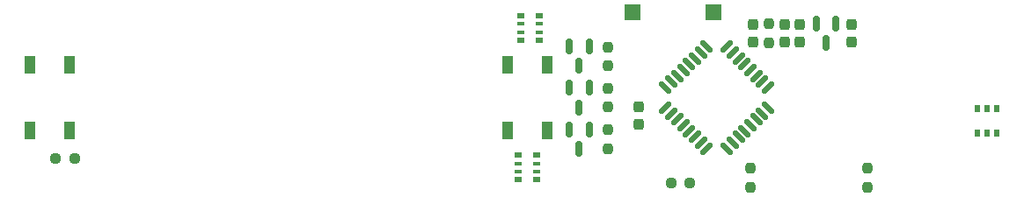
<source format=gbr>
%TF.GenerationSoftware,KiCad,Pcbnew,(6.0.5)*%
%TF.CreationDate,2023-01-29T17:57:26+00:00*%
%TF.ProjectId,PCB reflow Plate,50434220-7265-4666-9c6f-7720506c6174,rev?*%
%TF.SameCoordinates,Original*%
%TF.FileFunction,Paste,Top*%
%TF.FilePolarity,Positive*%
%FSLAX46Y46*%
G04 Gerber Fmt 4.6, Leading zero omitted, Abs format (unit mm)*
G04 Created by KiCad (PCBNEW (6.0.5)) date 2023-01-29 17:57:26*
%MOMM*%
%LPD*%
G01*
G04 APERTURE LIST*
G04 Aperture macros list*
%AMRoundRect*
0 Rectangle with rounded corners*
0 $1 Rounding radius*
0 $2 $3 $4 $5 $6 $7 $8 $9 X,Y pos of 4 corners*
0 Add a 4 corners polygon primitive as box body*
4,1,4,$2,$3,$4,$5,$6,$7,$8,$9,$2,$3,0*
0 Add four circle primitives for the rounded corners*
1,1,$1+$1,$2,$3*
1,1,$1+$1,$4,$5*
1,1,$1+$1,$6,$7*
1,1,$1+$1,$8,$9*
0 Add four rect primitives between the rounded corners*
20,1,$1+$1,$2,$3,$4,$5,0*
20,1,$1+$1,$4,$5,$6,$7,0*
20,1,$1+$1,$6,$7,$8,$9,0*
20,1,$1+$1,$8,$9,$2,$3,0*%
G04 Aperture macros list end*
%ADD10RoundRect,0.237500X-0.237500X0.300000X-0.237500X-0.300000X0.237500X-0.300000X0.237500X0.300000X0*%
%ADD11R,1.500000X1.500000*%
%ADD12RoundRect,0.237500X-0.237500X0.250000X-0.237500X-0.250000X0.237500X-0.250000X0.237500X0.250000X0*%
%ADD13R,0.510000X0.700000*%
%ADD14RoundRect,0.150000X-0.150000X0.587500X-0.150000X-0.587500X0.150000X-0.587500X0.150000X0.587500X0*%
%ADD15RoundRect,0.237500X0.237500X-0.250000X0.237500X0.250000X-0.237500X0.250000X-0.237500X-0.250000X0*%
%ADD16RoundRect,0.237500X0.250000X0.237500X-0.250000X0.237500X-0.250000X-0.237500X0.250000X-0.237500X0*%
%ADD17RoundRect,0.237500X0.237500X-0.300000X0.237500X0.300000X-0.237500X0.300000X-0.237500X-0.300000X0*%
%ADD18RoundRect,0.125000X0.353553X0.530330X-0.530330X-0.353553X-0.353553X-0.530330X0.530330X0.353553X0*%
%ADD19RoundRect,0.125000X-0.353553X0.530330X-0.530330X0.353553X0.353553X-0.530330X0.530330X-0.353553X0*%
%ADD20R,0.800000X0.500000*%
%ADD21R,0.800000X0.400000*%
%ADD22R,1.000000X1.700000*%
G04 APERTURE END LIST*
D10*
%TO.C,C1*%
X206250000Y-30887500D03*
X206250000Y-32612500D03*
%TD*%
D11*
%TO.C,SW3*%
X185100000Y-29750000D03*
X192900000Y-29750000D03*
%TD*%
D12*
%TO.C,R9*%
X196500000Y-44837500D03*
X196500000Y-46662500D03*
%TD*%
D13*
%TO.C,Q3*%
X218300000Y-41410000D03*
X219250000Y-41410000D03*
X220200000Y-41410000D03*
X220200000Y-39090000D03*
X219250000Y-39090000D03*
X218300000Y-39090000D03*
%TD*%
D14*
%TO.C,U1*%
X203750000Y-32687500D03*
X202800000Y-30812500D03*
X204700000Y-30812500D03*
%TD*%
D15*
%TO.C,R6*%
X198250000Y-32662500D03*
X198250000Y-30837500D03*
%TD*%
%TO.C,R5*%
X207750000Y-46662500D03*
X207750000Y-44837500D03*
%TD*%
D16*
%TO.C,R3*%
X131412500Y-43900000D03*
X129587500Y-43900000D03*
%TD*%
D17*
%TO.C,C2*%
X201250000Y-32612500D03*
X201250000Y-30887500D03*
%TD*%
D18*
%TO.C,U2*%
X198167084Y-37027728D03*
X197601398Y-36462043D03*
X197035713Y-35896357D03*
X196470028Y-35330672D03*
X195904342Y-34764986D03*
X195338657Y-34199301D03*
X194772971Y-33633616D03*
X194207286Y-33067930D03*
D19*
X192262742Y-33067930D03*
X191697057Y-33633616D03*
X191131371Y-34199301D03*
X190565686Y-34764986D03*
X190000000Y-35330672D03*
X189434315Y-35896357D03*
X188868630Y-36462043D03*
X188302944Y-37027728D03*
D18*
X188302944Y-38972272D03*
X188868630Y-39537957D03*
X189434315Y-40103643D03*
X190000000Y-40669328D03*
X190565686Y-41235014D03*
X191131371Y-41800699D03*
X191697057Y-42366384D03*
X192262742Y-42932070D03*
D19*
X194207286Y-42932070D03*
X194772971Y-42366384D03*
X195338657Y-41800699D03*
X195904342Y-41235014D03*
X196470028Y-40669328D03*
X197035713Y-40103643D03*
X197601398Y-39537957D03*
X198167084Y-38972272D03*
%TD*%
D20*
%TO.C,RN1*%
X176150000Y-32450000D03*
D21*
X176150000Y-31650000D03*
X176150000Y-30850000D03*
D20*
X176150000Y-30050000D03*
X174350000Y-30050000D03*
D21*
X174350000Y-30850000D03*
X174350000Y-31650000D03*
D20*
X174350000Y-32450000D03*
%TD*%
D10*
%TO.C,C5*%
X185750000Y-40612500D03*
X185750000Y-38887500D03*
%TD*%
D15*
%TO.C,R7*%
X182750000Y-42912500D03*
X182750000Y-41087500D03*
%TD*%
D14*
%TO.C,Q2*%
X180950000Y-37062500D03*
X179050000Y-37062500D03*
X180000000Y-38937500D03*
%TD*%
D17*
%TO.C,C7*%
X196750000Y-32612500D03*
X196750000Y-30887500D03*
%TD*%
D22*
%TO.C,SW2*%
X130900000Y-34850000D03*
X130900000Y-41150000D03*
X127100000Y-41150000D03*
X127100000Y-34850000D03*
%TD*%
D17*
%TO.C,C6*%
X199750000Y-32612500D03*
X199750000Y-30887500D03*
%TD*%
D16*
%TO.C,R1*%
X190662500Y-46250000D03*
X188837500Y-46250000D03*
%TD*%
D20*
%TO.C,RN2*%
X175900000Y-45950000D03*
D21*
X175900000Y-45150000D03*
X175900000Y-44350000D03*
D20*
X175900000Y-43550000D03*
X174100000Y-43550000D03*
D21*
X174100000Y-44350000D03*
X174100000Y-45150000D03*
D20*
X174100000Y-45950000D03*
%TD*%
D14*
%TO.C,Q1*%
X180950000Y-41062500D03*
X179050000Y-41062500D03*
X180000000Y-42937500D03*
%TD*%
D15*
%TO.C,R10*%
X182750000Y-34912500D03*
X182750000Y-33087500D03*
%TD*%
%TO.C,R8*%
X182750000Y-38912500D03*
X182750000Y-37087500D03*
%TD*%
D22*
%TO.C,SW1*%
X176900000Y-41150000D03*
X176900000Y-34850000D03*
X173100000Y-34850000D03*
X173100000Y-41150000D03*
%TD*%
D14*
%TO.C,Q4*%
X180950000Y-33062500D03*
X179050000Y-33062500D03*
X180000000Y-34937500D03*
%TD*%
M02*

</source>
